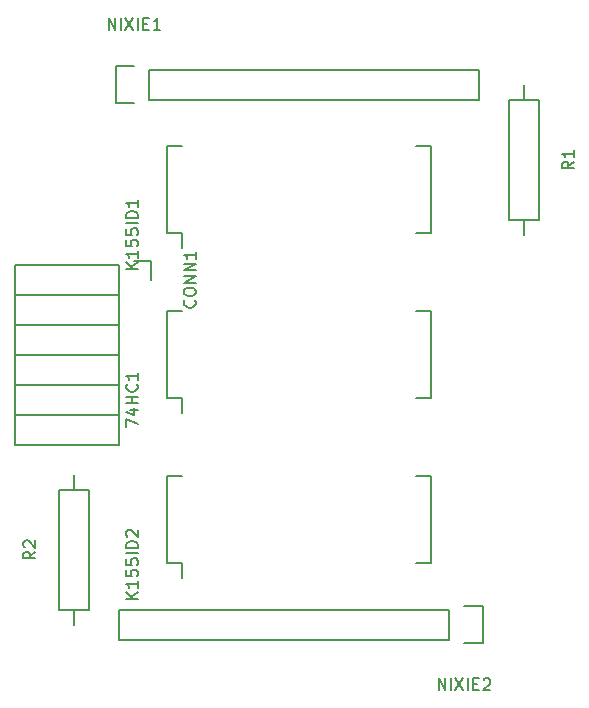
<source format=gto>
G04 #@! TF.FileFunction,Legend,Top*
%FSLAX46Y46*%
G04 Gerber Fmt 4.6, Leading zero omitted, Abs format (unit mm)*
G04 Created by KiCad (PCBNEW (2015-10-31 BZR 6288)-product) date Wednesday, November 04, 2015 'PMt' 06:10:35 PM*
%MOMM*%
G01*
G04 APERTURE LIST*
%ADD10C,0.100000*%
%ADD11C,0.150000*%
G04 APERTURE END LIST*
D10*
D11*
X142485000Y-107815000D02*
X143755000Y-107815000D01*
X142485000Y-100465000D02*
X143755000Y-100465000D01*
X164855000Y-100465000D02*
X163585000Y-100465000D01*
X164855000Y-107815000D02*
X163585000Y-107815000D01*
X142485000Y-107815000D02*
X142485000Y-100465000D01*
X164855000Y-107815000D02*
X164855000Y-100465000D01*
X143755000Y-107815000D02*
X143755000Y-109100000D01*
X129600000Y-111760000D02*
X138430000Y-111760000D01*
X129600000Y-109220000D02*
X129600000Y-111760000D01*
X138430000Y-109220000D02*
X138430000Y-111760000D01*
X138430000Y-106680000D02*
X138430000Y-109220000D01*
X129600000Y-106680000D02*
X129600000Y-109220000D01*
X129600000Y-109220000D02*
X138430000Y-109220000D01*
X129600000Y-106680000D02*
X138430000Y-106680000D01*
X129600000Y-104140000D02*
X129600000Y-106680000D01*
X138430000Y-104140000D02*
X138430000Y-106680000D01*
X138430000Y-101600000D02*
X138430000Y-104140000D01*
X129600000Y-101600000D02*
X129600000Y-104140000D01*
X129600000Y-104140000D02*
X138430000Y-104140000D01*
X129600000Y-101600000D02*
X138430000Y-101600000D01*
X129600000Y-99060000D02*
X129600000Y-101600000D01*
X138430000Y-99060000D02*
X129600000Y-99060000D01*
X138430000Y-99060000D02*
X138430000Y-101600000D01*
X138430000Y-96520000D02*
X138430000Y-99060000D01*
X141100000Y-97790000D02*
X141100000Y-96240000D01*
X141100000Y-96240000D02*
X139700000Y-96240000D01*
X138430000Y-96520000D02*
X129600000Y-96520000D01*
X129600000Y-96520000D02*
X129600000Y-99060000D01*
X129600000Y-99060000D02*
X138430000Y-99060000D01*
X142485000Y-93845000D02*
X143755000Y-93845000D01*
X142485000Y-86495000D02*
X143755000Y-86495000D01*
X164855000Y-86495000D02*
X163585000Y-86495000D01*
X164855000Y-93845000D02*
X163585000Y-93845000D01*
X142485000Y-93845000D02*
X142485000Y-86495000D01*
X164855000Y-93845000D02*
X164855000Y-86495000D01*
X143755000Y-93845000D02*
X143755000Y-95130000D01*
X142485000Y-121785000D02*
X143755000Y-121785000D01*
X142485000Y-114435000D02*
X143755000Y-114435000D01*
X164855000Y-114435000D02*
X163585000Y-114435000D01*
X164855000Y-121785000D02*
X163585000Y-121785000D01*
X142485000Y-121785000D02*
X142485000Y-114435000D01*
X164855000Y-121785000D02*
X164855000Y-114435000D01*
X143755000Y-121785000D02*
X143755000Y-123070000D01*
X140970000Y-82550000D02*
X168910000Y-82550000D01*
X168910000Y-82550000D02*
X168910000Y-80010000D01*
X168910000Y-80010000D02*
X140970000Y-80010000D01*
X138150000Y-82830000D02*
X139700000Y-82830000D01*
X140970000Y-82550000D02*
X140970000Y-80010000D01*
X139700000Y-79730000D02*
X138150000Y-79730000D01*
X138150000Y-79730000D02*
X138150000Y-82830000D01*
X166370000Y-125730000D02*
X138430000Y-125730000D01*
X138430000Y-125730000D02*
X138430000Y-128270000D01*
X138430000Y-128270000D02*
X166370000Y-128270000D01*
X169190000Y-125450000D02*
X167640000Y-125450000D01*
X166370000Y-125730000D02*
X166370000Y-128270000D01*
X167640000Y-128550000D02*
X169190000Y-128550000D01*
X169190000Y-128550000D02*
X169190000Y-125450000D01*
X173990000Y-82550000D02*
X171450000Y-82550000D01*
X171450000Y-82550000D02*
X171450000Y-92710000D01*
X171450000Y-92710000D02*
X173990000Y-92710000D01*
X173990000Y-92710000D02*
X173990000Y-82550000D01*
X172720000Y-93980000D02*
X172720000Y-92710000D01*
X172720000Y-81280000D02*
X172720000Y-82550000D01*
X133350000Y-125730000D02*
X135890000Y-125730000D01*
X135890000Y-125730000D02*
X135890000Y-115570000D01*
X135890000Y-115570000D02*
X133350000Y-115570000D01*
X133350000Y-115570000D02*
X133350000Y-125730000D01*
X134620000Y-114300000D02*
X134620000Y-115570000D01*
X134620000Y-127000000D02*
X134620000Y-125730000D01*
X139012381Y-110259524D02*
X139012381Y-109592857D01*
X140012381Y-110021429D01*
X139345714Y-108783333D02*
X140012381Y-108783333D01*
X138964762Y-109021429D02*
X139679048Y-109259524D01*
X139679048Y-108640476D01*
X140012381Y-108259524D02*
X139012381Y-108259524D01*
X139488571Y-108259524D02*
X139488571Y-107688095D01*
X140012381Y-107688095D02*
X139012381Y-107688095D01*
X139917143Y-106640476D02*
X139964762Y-106688095D01*
X140012381Y-106830952D01*
X140012381Y-106926190D01*
X139964762Y-107069048D01*
X139869524Y-107164286D01*
X139774286Y-107211905D01*
X139583810Y-107259524D01*
X139440952Y-107259524D01*
X139250476Y-107211905D01*
X139155238Y-107164286D01*
X139060000Y-107069048D01*
X139012381Y-106926190D01*
X139012381Y-106830952D01*
X139060000Y-106688095D01*
X139107619Y-106640476D01*
X140012381Y-105688095D02*
X140012381Y-106259524D01*
X140012381Y-105973810D02*
X139012381Y-105973810D01*
X139155238Y-106069048D01*
X139250476Y-106164286D01*
X139298095Y-106259524D01*
X144807143Y-99528095D02*
X144854762Y-99575714D01*
X144902381Y-99718571D01*
X144902381Y-99813809D01*
X144854762Y-99956667D01*
X144759524Y-100051905D01*
X144664286Y-100099524D01*
X144473810Y-100147143D01*
X144330952Y-100147143D01*
X144140476Y-100099524D01*
X144045238Y-100051905D01*
X143950000Y-99956667D01*
X143902381Y-99813809D01*
X143902381Y-99718571D01*
X143950000Y-99575714D01*
X143997619Y-99528095D01*
X143902381Y-98909048D02*
X143902381Y-98718571D01*
X143950000Y-98623333D01*
X144045238Y-98528095D01*
X144235714Y-98480476D01*
X144569048Y-98480476D01*
X144759524Y-98528095D01*
X144854762Y-98623333D01*
X144902381Y-98718571D01*
X144902381Y-98909048D01*
X144854762Y-99004286D01*
X144759524Y-99099524D01*
X144569048Y-99147143D01*
X144235714Y-99147143D01*
X144045238Y-99099524D01*
X143950000Y-99004286D01*
X143902381Y-98909048D01*
X144902381Y-98051905D02*
X143902381Y-98051905D01*
X144902381Y-97480476D01*
X143902381Y-97480476D01*
X144902381Y-97004286D02*
X143902381Y-97004286D01*
X144902381Y-96432857D01*
X143902381Y-96432857D01*
X144902381Y-95432857D02*
X144902381Y-96004286D01*
X144902381Y-95718572D02*
X143902381Y-95718572D01*
X144045238Y-95813810D01*
X144140476Y-95909048D01*
X144188095Y-96004286D01*
X140012381Y-96884762D02*
X139012381Y-96884762D01*
X140012381Y-96313333D02*
X139440952Y-96741905D01*
X139012381Y-96313333D02*
X139583810Y-96884762D01*
X140012381Y-95360952D02*
X140012381Y-95932381D01*
X140012381Y-95646667D02*
X139012381Y-95646667D01*
X139155238Y-95741905D01*
X139250476Y-95837143D01*
X139298095Y-95932381D01*
X139012381Y-94456190D02*
X139012381Y-94932381D01*
X139488571Y-94980000D01*
X139440952Y-94932381D01*
X139393333Y-94837143D01*
X139393333Y-94599047D01*
X139440952Y-94503809D01*
X139488571Y-94456190D01*
X139583810Y-94408571D01*
X139821905Y-94408571D01*
X139917143Y-94456190D01*
X139964762Y-94503809D01*
X140012381Y-94599047D01*
X140012381Y-94837143D01*
X139964762Y-94932381D01*
X139917143Y-94980000D01*
X139012381Y-93503809D02*
X139012381Y-93980000D01*
X139488571Y-94027619D01*
X139440952Y-93980000D01*
X139393333Y-93884762D01*
X139393333Y-93646666D01*
X139440952Y-93551428D01*
X139488571Y-93503809D01*
X139583810Y-93456190D01*
X139821905Y-93456190D01*
X139917143Y-93503809D01*
X139964762Y-93551428D01*
X140012381Y-93646666D01*
X140012381Y-93884762D01*
X139964762Y-93980000D01*
X139917143Y-94027619D01*
X140012381Y-93027619D02*
X139012381Y-93027619D01*
X140012381Y-92551429D02*
X139012381Y-92551429D01*
X139012381Y-92313334D01*
X139060000Y-92170476D01*
X139155238Y-92075238D01*
X139250476Y-92027619D01*
X139440952Y-91980000D01*
X139583810Y-91980000D01*
X139774286Y-92027619D01*
X139869524Y-92075238D01*
X139964762Y-92170476D01*
X140012381Y-92313334D01*
X140012381Y-92551429D01*
X140012381Y-91027619D02*
X140012381Y-91599048D01*
X140012381Y-91313334D02*
X139012381Y-91313334D01*
X139155238Y-91408572D01*
X139250476Y-91503810D01*
X139298095Y-91599048D01*
X140012381Y-124824762D02*
X139012381Y-124824762D01*
X140012381Y-124253333D02*
X139440952Y-124681905D01*
X139012381Y-124253333D02*
X139583810Y-124824762D01*
X140012381Y-123300952D02*
X140012381Y-123872381D01*
X140012381Y-123586667D02*
X139012381Y-123586667D01*
X139155238Y-123681905D01*
X139250476Y-123777143D01*
X139298095Y-123872381D01*
X139012381Y-122396190D02*
X139012381Y-122872381D01*
X139488571Y-122920000D01*
X139440952Y-122872381D01*
X139393333Y-122777143D01*
X139393333Y-122539047D01*
X139440952Y-122443809D01*
X139488571Y-122396190D01*
X139583810Y-122348571D01*
X139821905Y-122348571D01*
X139917143Y-122396190D01*
X139964762Y-122443809D01*
X140012381Y-122539047D01*
X140012381Y-122777143D01*
X139964762Y-122872381D01*
X139917143Y-122920000D01*
X139012381Y-121443809D02*
X139012381Y-121920000D01*
X139488571Y-121967619D01*
X139440952Y-121920000D01*
X139393333Y-121824762D01*
X139393333Y-121586666D01*
X139440952Y-121491428D01*
X139488571Y-121443809D01*
X139583810Y-121396190D01*
X139821905Y-121396190D01*
X139917143Y-121443809D01*
X139964762Y-121491428D01*
X140012381Y-121586666D01*
X140012381Y-121824762D01*
X139964762Y-121920000D01*
X139917143Y-121967619D01*
X140012381Y-120967619D02*
X139012381Y-120967619D01*
X140012381Y-120491429D02*
X139012381Y-120491429D01*
X139012381Y-120253334D01*
X139060000Y-120110476D01*
X139155238Y-120015238D01*
X139250476Y-119967619D01*
X139440952Y-119920000D01*
X139583810Y-119920000D01*
X139774286Y-119967619D01*
X139869524Y-120015238D01*
X139964762Y-120110476D01*
X140012381Y-120253334D01*
X140012381Y-120491429D01*
X139107619Y-119539048D02*
X139060000Y-119491429D01*
X139012381Y-119396191D01*
X139012381Y-119158095D01*
X139060000Y-119062857D01*
X139107619Y-119015238D01*
X139202857Y-118967619D01*
X139298095Y-118967619D01*
X139440952Y-119015238D01*
X140012381Y-119586667D01*
X140012381Y-118967619D01*
X137533334Y-76632381D02*
X137533334Y-75632381D01*
X138104763Y-76632381D01*
X138104763Y-75632381D01*
X138580953Y-76632381D02*
X138580953Y-75632381D01*
X138961905Y-75632381D02*
X139628572Y-76632381D01*
X139628572Y-75632381D02*
X138961905Y-76632381D01*
X140009524Y-76632381D02*
X140009524Y-75632381D01*
X140485714Y-76108571D02*
X140819048Y-76108571D01*
X140961905Y-76632381D02*
X140485714Y-76632381D01*
X140485714Y-75632381D01*
X140961905Y-75632381D01*
X141914286Y-76632381D02*
X141342857Y-76632381D01*
X141628571Y-76632381D02*
X141628571Y-75632381D01*
X141533333Y-75775238D01*
X141438095Y-75870476D01*
X141342857Y-75918095D01*
X165473334Y-132552381D02*
X165473334Y-131552381D01*
X166044763Y-132552381D01*
X166044763Y-131552381D01*
X166520953Y-132552381D02*
X166520953Y-131552381D01*
X166901905Y-131552381D02*
X167568572Y-132552381D01*
X167568572Y-131552381D02*
X166901905Y-132552381D01*
X167949524Y-132552381D02*
X167949524Y-131552381D01*
X168425714Y-132028571D02*
X168759048Y-132028571D01*
X168901905Y-132552381D02*
X168425714Y-132552381D01*
X168425714Y-131552381D01*
X168901905Y-131552381D01*
X169282857Y-131647619D02*
X169330476Y-131600000D01*
X169425714Y-131552381D01*
X169663810Y-131552381D01*
X169759048Y-131600000D01*
X169806667Y-131647619D01*
X169854286Y-131742857D01*
X169854286Y-131838095D01*
X169806667Y-131980952D01*
X169235238Y-132552381D01*
X169854286Y-132552381D01*
X176921421Y-87796666D02*
X176445230Y-88130000D01*
X176921421Y-88368095D02*
X175921421Y-88368095D01*
X175921421Y-87987142D01*
X175969040Y-87891904D01*
X176016659Y-87844285D01*
X176111897Y-87796666D01*
X176254754Y-87796666D01*
X176349992Y-87844285D01*
X176397611Y-87891904D01*
X176445230Y-87987142D01*
X176445230Y-88368095D01*
X176921421Y-86844285D02*
X176921421Y-87415714D01*
X176921421Y-87130000D02*
X175921421Y-87130000D01*
X176064278Y-87225238D01*
X176159516Y-87320476D01*
X176207135Y-87415714D01*
X131323341Y-120816666D02*
X130847150Y-121150000D01*
X131323341Y-121388095D02*
X130323341Y-121388095D01*
X130323341Y-121007142D01*
X130370960Y-120911904D01*
X130418579Y-120864285D01*
X130513817Y-120816666D01*
X130656674Y-120816666D01*
X130751912Y-120864285D01*
X130799531Y-120911904D01*
X130847150Y-121007142D01*
X130847150Y-121388095D01*
X130418579Y-120435714D02*
X130370960Y-120388095D01*
X130323341Y-120292857D01*
X130323341Y-120054761D01*
X130370960Y-119959523D01*
X130418579Y-119911904D01*
X130513817Y-119864285D01*
X130609055Y-119864285D01*
X130751912Y-119911904D01*
X131323341Y-120483333D01*
X131323341Y-119864285D01*
M02*

</source>
